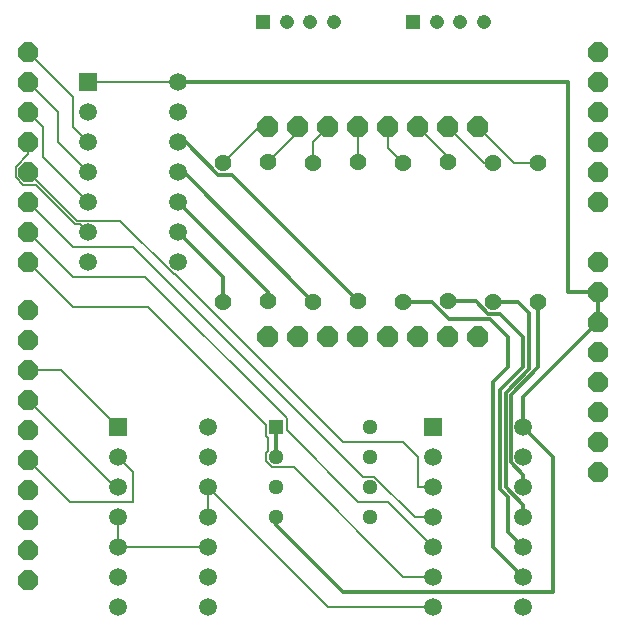
<source format=gbr>
G04 EAGLE Gerber RS-274X export*
G75*
%MOMM*%
%FSLAX34Y34*%
%LPD*%
%INBottom Copper*%
%IPPOS*%
%AMOC8*
5,1,8,0,0,1.08239X$1,22.5*%
G01*
G04 Define Apertures*
%ADD10R,1.288000X1.288000*%
%ADD11C,1.288000*%
%ADD12R,1.498600X1.498600*%
%ADD13C,1.498600*%
%ADD14P,1.814519X8X112.500000*%
%ADD15P,1.924489X8X292.500000*%
%ADD16C,1.430000*%
%ADD17R,1.208000X1.208000*%
%ADD18C,1.208000*%
%ADD19C,0.152400*%
%ADD20C,0.304800*%
D10*
X235343Y317500D03*
D11*
X235343Y292100D03*
X235343Y266700D03*
X235343Y241300D03*
X314743Y241300D03*
X314743Y266700D03*
X314743Y292100D03*
X314743Y317500D03*
D12*
X101600Y317500D03*
D13*
X101600Y292100D03*
X101600Y266700D03*
X101600Y241300D03*
X101600Y215900D03*
X101600Y190500D03*
X101600Y165100D03*
X177800Y165100D03*
X177800Y190500D03*
X177800Y215900D03*
X177800Y241300D03*
X177800Y266700D03*
X177800Y292100D03*
X177800Y317500D03*
D14*
X25400Y533400D03*
X508000Y508000D03*
X25400Y558800D03*
X25400Y584200D03*
X25400Y609600D03*
X25400Y635000D03*
X25400Y508000D03*
X25400Y482600D03*
X25400Y457200D03*
X25400Y416560D03*
X25400Y391160D03*
X25400Y365760D03*
X25400Y340360D03*
X25400Y314960D03*
X25400Y289560D03*
X25400Y264160D03*
X25400Y238760D03*
X508000Y533400D03*
X508000Y558800D03*
X508000Y584200D03*
X508000Y609600D03*
X508000Y635000D03*
X508000Y457200D03*
X508000Y431800D03*
X508000Y406400D03*
X508000Y381000D03*
X508000Y355600D03*
X508000Y330200D03*
X25400Y213360D03*
X25400Y187960D03*
X508000Y304800D03*
X508000Y279400D03*
D12*
X76200Y609600D03*
D13*
X76200Y584200D03*
X76200Y558800D03*
X76200Y533400D03*
X76200Y508000D03*
X76200Y482600D03*
X76200Y457200D03*
X152400Y457200D03*
X152400Y482600D03*
X152400Y508000D03*
X152400Y533400D03*
X152400Y558800D03*
X152400Y584200D03*
X152400Y609600D03*
D12*
X368300Y317500D03*
D13*
X368300Y292100D03*
X368300Y266700D03*
X368300Y241300D03*
X368300Y215900D03*
X368300Y190500D03*
X368300Y165100D03*
X444500Y165100D03*
X444500Y190500D03*
X444500Y215900D03*
X444500Y241300D03*
X444500Y266700D03*
X444500Y292100D03*
X444500Y317500D03*
D15*
X406400Y393700D03*
X381000Y393700D03*
X355600Y393700D03*
X330200Y393700D03*
X304800Y393700D03*
X279400Y393700D03*
X254000Y393700D03*
X228600Y393700D03*
X406400Y571500D03*
X381000Y571500D03*
X355600Y571500D03*
X330200Y571500D03*
X304800Y571500D03*
X279400Y571500D03*
X254000Y571500D03*
X228600Y571500D03*
D16*
X457200Y423800D03*
X457200Y541400D03*
X419100Y423800D03*
X419100Y541400D03*
X381000Y423964D03*
X381000Y541564D03*
X342900Y423800D03*
X342900Y541400D03*
X304800Y423964D03*
X304800Y541564D03*
X266700Y423800D03*
X266700Y541400D03*
X228600Y423964D03*
X228600Y541564D03*
X190500Y423800D03*
X190500Y541400D03*
D17*
X351000Y660400D03*
D18*
X371000Y660400D03*
X391000Y660400D03*
X411000Y660400D03*
D17*
X224000Y660400D03*
D18*
X244000Y660400D03*
X264000Y660400D03*
X284000Y660400D03*
D19*
X177800Y266700D02*
X177800Y241300D01*
X177800Y266700D02*
X279400Y165100D01*
X368300Y165100D01*
X177800Y215900D02*
X101600Y215900D01*
X101600Y241300D01*
D20*
X444500Y317500D02*
X444500Y342900D01*
X508000Y406400D01*
X508000Y431800D01*
D19*
X152400Y609600D02*
X76200Y609600D01*
D20*
X152400Y609600D02*
X482600Y609600D01*
X482600Y431800D01*
X508000Y431800D01*
X444500Y317500D02*
X469900Y292100D01*
X469900Y177800D01*
X292100Y177800D01*
X235343Y234557D01*
X235343Y241300D01*
D19*
X60960Y254000D02*
X25400Y289560D01*
X60960Y254000D02*
X114300Y254000D01*
X114300Y279400D01*
X101600Y292100D01*
X53340Y365760D02*
X25400Y365760D01*
X53340Y365760D02*
X101600Y317500D01*
X99060Y266700D02*
X25400Y340360D01*
X99060Y266700D02*
X101600Y266700D01*
D20*
X235343Y292100D02*
X235343Y317500D01*
D19*
X14732Y528981D02*
X14732Y537819D01*
X14732Y528981D02*
X20981Y522732D01*
X65158Y489331D02*
X69469Y489331D01*
X76200Y482600D01*
X25400Y548487D02*
X25400Y558800D01*
X31757Y522732D02*
X65158Y489331D01*
X14732Y537819D02*
X25400Y548487D01*
X20981Y522732D02*
X31757Y522732D01*
X38100Y571500D02*
X25400Y584200D01*
X38100Y571500D02*
X38100Y546100D01*
X76200Y508000D01*
X76200Y533400D02*
X50800Y558800D01*
X50800Y584200D01*
X25400Y609600D01*
X25400Y635000D02*
X63500Y596900D01*
X63500Y571500D01*
X76200Y558800D01*
X25400Y533400D02*
X66421Y492379D01*
X148349Y447421D02*
X149479Y447421D01*
X292100Y304800D01*
X103391Y492379D02*
X66421Y492379D01*
X103391Y492379D02*
X148349Y447421D01*
X292100Y304800D02*
X342900Y304800D01*
X355600Y292100D01*
X355600Y266700D01*
X368300Y266700D01*
X308774Y275426D02*
X114300Y469900D01*
X308774Y275426D02*
X318357Y275426D01*
X352483Y241300D02*
X368300Y241300D01*
X352483Y241300D02*
X318357Y275426D01*
X114300Y469900D02*
X63500Y469900D01*
X25400Y508000D01*
X25400Y482600D02*
X63500Y444500D01*
X124456Y444500D01*
X244069Y324887D02*
X244069Y314731D01*
X304800Y254000D01*
X244069Y324887D02*
X124456Y444500D01*
X304800Y254000D02*
X330200Y254000D01*
X368300Y215900D01*
X63500Y419100D02*
X25400Y457200D01*
X63500Y419100D02*
X127000Y419100D01*
X226617Y319483D01*
X226617Y310113D01*
X228600Y308130D01*
X342900Y190500D02*
X368300Y190500D01*
X226617Y288486D02*
X226617Y295714D01*
X226617Y288486D02*
X231729Y283374D01*
X250026Y283374D02*
X342900Y190500D01*
X250026Y283374D02*
X231729Y283374D01*
X228600Y297697D02*
X228600Y308130D01*
X228600Y297697D02*
X226617Y295714D01*
D20*
X444500Y277193D02*
X444500Y266700D01*
X444500Y277193D02*
X433959Y287734D01*
X433959Y344827D01*
X457200Y368068D02*
X457200Y423800D01*
X457200Y368068D02*
X433959Y344827D01*
X431800Y228600D02*
X444500Y215900D01*
X424815Y348615D02*
X444500Y368300D01*
X424815Y265012D02*
X431800Y258027D01*
X424815Y265012D02*
X424815Y348615D01*
X431800Y258027D02*
X431800Y228600D01*
X444500Y368300D02*
X444500Y393700D01*
X424598Y413602D01*
X404514Y423964D02*
X381000Y423964D01*
X414876Y413602D02*
X424598Y413602D01*
X414876Y413602D02*
X404514Y423964D01*
X444500Y251793D02*
X444500Y241300D01*
X444500Y251793D02*
X429387Y266906D01*
X429387Y346721D01*
X449072Y366406D01*
X449072Y414528D01*
X439800Y423800D01*
X419100Y423800D01*
D19*
X436500Y541400D02*
X406400Y571500D01*
X436500Y541400D02*
X457200Y541400D01*
X411100Y541400D02*
X381000Y571500D01*
X411100Y541400D02*
X419100Y541400D01*
X381000Y546100D02*
X355600Y571500D01*
X381000Y546100D02*
X381000Y541564D01*
X342900Y541400D02*
X330200Y554100D01*
X330200Y571500D01*
X304800Y571500D02*
X304800Y541564D01*
X266700Y541400D02*
X266700Y558800D01*
X279400Y571500D01*
X254000Y566964D02*
X228600Y541564D01*
X254000Y566964D02*
X254000Y571500D01*
X220600Y571500D02*
X190500Y541400D01*
X220600Y571500D02*
X228600Y571500D01*
D20*
X419100Y215900D02*
X444500Y190500D01*
X419100Y215900D02*
X419100Y355600D01*
X431800Y368300D01*
X431800Y393700D01*
X416470Y409030D01*
X366742Y423800D02*
X342900Y423800D01*
X381512Y409030D02*
X416470Y409030D01*
X381512Y409030D02*
X366742Y423800D01*
X304800Y423964D02*
X197562Y531202D01*
X158678Y558800D02*
X152400Y558800D01*
X186276Y531202D02*
X197562Y531202D01*
X186276Y531202D02*
X158678Y558800D01*
X157100Y533400D02*
X152400Y533400D01*
X157100Y533400D02*
X266700Y423800D01*
X228600Y431800D02*
X152400Y508000D01*
X228600Y431800D02*
X228600Y423964D01*
X190500Y444500D02*
X152400Y482600D01*
X190500Y444500D02*
X190500Y423800D01*
M02*

</source>
